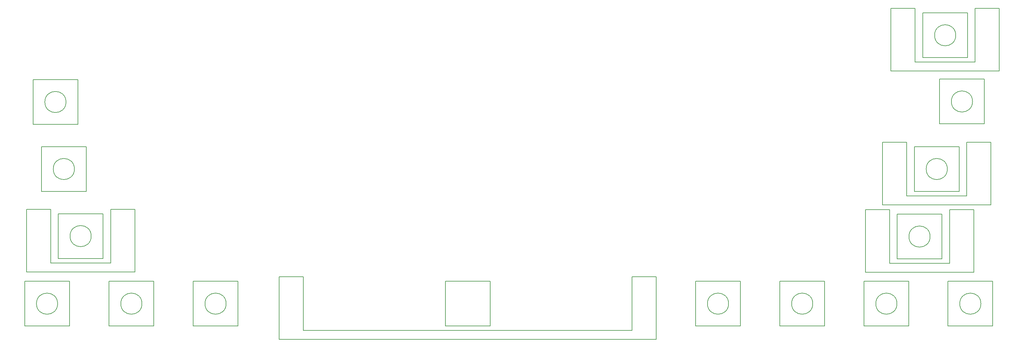
<source format=gbr>
%TF.GenerationSoftware,KiCad,Pcbnew,(5.1.10)-1*%
%TF.CreationDate,2021-09-10T11:23:46-07:00*%
%TF.ProjectId,chgray-keyboard,63686772-6179-42d6-9b65-79626f617264,Yeet2*%
%TF.SameCoordinates,Original*%
%TF.FileFunction,Other,Comment*%
%FSLAX46Y46*%
G04 Gerber Fmt 4.6, Leading zero omitted, Abs format (unit mm)*
G04 Created by KiCad (PCBNEW (5.1.10)-1) date 2021-09-10 11:23:46*
%MOMM*%
%LPD*%
G01*
G04 APERTURE LIST*
%ADD10C,0.152400*%
%ADD11C,0.150000*%
G04 APERTURE END LIST*
D10*
%TO.C,SW58*%
X226822000Y-120396000D02*
X226822000Y-107696000D01*
X226822000Y-107696000D02*
X239522000Y-107696000D01*
X239522000Y-107696000D02*
X239522000Y-120396000D01*
X239522000Y-120396000D02*
X226822000Y-120396000D01*
D11*
X236172000Y-114046000D02*
G75*
G03*
X236172000Y-114046000I-3000000J0D01*
G01*
D10*
%TO.C,SW57*%
X215646000Y-124206000D02*
X215646000Y-106426000D01*
X108712000Y-124206000D02*
X215646000Y-124206000D01*
X108712000Y-106426000D02*
X108712000Y-124206000D01*
X115570000Y-106426000D02*
X108712000Y-106426000D01*
X115570000Y-121666000D02*
X115570000Y-106426000D01*
X208788000Y-121666000D02*
X115570000Y-121666000D01*
X208788000Y-106426000D02*
X208788000Y-121666000D01*
X215646000Y-106426000D02*
X208788000Y-106426000D01*
X155829000Y-120396000D02*
X155829000Y-107696000D01*
X168529000Y-120396000D02*
X155829000Y-120396000D01*
X168529000Y-107696000D02*
X168529000Y-120396000D01*
X155829000Y-107696000D02*
X168529000Y-107696000D01*
%TO.C,RIGHT-SPACE1*%
X250698000Y-120396000D02*
X250698000Y-107696000D01*
X250698000Y-107696000D02*
X263398000Y-107696000D01*
X263398000Y-107696000D02*
X263398000Y-120396000D01*
X263398000Y-120396000D02*
X250698000Y-120396000D01*
D11*
X260048000Y-114046000D02*
G75*
G03*
X260048000Y-114046000I-3000000J0D01*
G01*
D10*
%TO.C,RightMeta1*%
X298380000Y-120396000D02*
X298380000Y-107696000D01*
X298380000Y-107696000D02*
X311080000Y-107696000D01*
X311080000Y-107696000D02*
X311080000Y-120396000D01*
X311080000Y-120396000D02*
X298380000Y-120396000D01*
D11*
X307730000Y-114046000D02*
G75*
G03*
X307730000Y-114046000I-3000000J0D01*
G01*
D10*
%TO.C,RIGHT-SHIFT1*%
X283972000Y-101346000D02*
X283972000Y-88646000D01*
X283972000Y-88646000D02*
X296672000Y-88646000D01*
X296672000Y-88646000D02*
X296672000Y-101346000D01*
X296672000Y-101346000D02*
X283972000Y-101346000D01*
X281813000Y-102616000D02*
X281813000Y-87376000D01*
X298831000Y-87376000D02*
X298831000Y-102616000D01*
X274955000Y-105156000D02*
X305689000Y-105156000D01*
X305689000Y-105156000D02*
X305689000Y-87376000D01*
X305689000Y-87376000D02*
X298831000Y-87376000D01*
X298831000Y-102616000D02*
X281813000Y-102616000D01*
X274955000Y-87376000D02*
X274955000Y-105156000D01*
X281813000Y-87376000D02*
X274955000Y-87376000D01*
D11*
X293322000Y-94996000D02*
G75*
G03*
X293322000Y-94996000I-3000000J0D01*
G01*
D10*
%TO.C,ENTER1*%
X288860000Y-82169000D02*
X288860000Y-69469000D01*
X288860000Y-69469000D02*
X301560000Y-69469000D01*
X301560000Y-69469000D02*
X301560000Y-82169000D01*
X301560000Y-82169000D02*
X288860000Y-82169000D01*
X286701000Y-83439000D02*
X286701000Y-68199000D01*
X303719000Y-68199000D02*
X303719000Y-83439000D01*
X279843000Y-85979000D02*
X310577000Y-85979000D01*
X310577000Y-85979000D02*
X310577000Y-68199000D01*
X310577000Y-68199000D02*
X303719000Y-68199000D01*
X303719000Y-83439000D02*
X286701000Y-83439000D01*
X279843000Y-68199000D02*
X279843000Y-85979000D01*
X286701000Y-68199000D02*
X279843000Y-68199000D01*
D11*
X298210000Y-75819000D02*
G75*
G03*
X298210000Y-75819000I-3000000J0D01*
G01*
D10*
%TO.C,WinKey1*%
X84328000Y-120396000D02*
X84328000Y-107696000D01*
X84328000Y-107696000D02*
X97028000Y-107696000D01*
X97028000Y-107696000D02*
X97028000Y-120396000D01*
X97028000Y-120396000D02*
X84328000Y-120396000D01*
D11*
X93678000Y-114046000D02*
G75*
G03*
X93678000Y-114046000I-3000000J0D01*
G01*
D10*
%TO.C,LEFT_FN1*%
X60452000Y-120396000D02*
X60452000Y-107696000D01*
X60452000Y-107696000D02*
X73152000Y-107696000D01*
X73152000Y-107696000D02*
X73152000Y-120396000D01*
X73152000Y-120396000D02*
X60452000Y-120396000D01*
D11*
X69802000Y-114046000D02*
G75*
G03*
X69802000Y-114046000I-3000000J0D01*
G01*
D10*
%TO.C,LEFT_CTRL1*%
X36534700Y-120396000D02*
X36534700Y-107696000D01*
X36534700Y-107696000D02*
X49234700Y-107696000D01*
X49234700Y-107696000D02*
X49234700Y-120396000D01*
X49234700Y-120396000D02*
X36534700Y-120396000D01*
D11*
X45884700Y-114046000D02*
G75*
G03*
X45884700Y-114046000I-3000000J0D01*
G01*
D10*
%TO.C,Slash1*%
X296005000Y-62992000D02*
X296005000Y-50292000D01*
X296005000Y-50292000D02*
X308705000Y-50292000D01*
X308705000Y-50292000D02*
X308705000Y-62992000D01*
X308705000Y-62992000D02*
X296005000Y-62992000D01*
D11*
X305355000Y-56642000D02*
G75*
G03*
X305355000Y-56642000I-3000000J0D01*
G01*
D10*
%TO.C,LEFT-SHIFT1*%
X46059700Y-101219000D02*
X46059700Y-88519000D01*
X46059700Y-88519000D02*
X58759700Y-88519000D01*
X58759700Y-88519000D02*
X58759700Y-101219000D01*
X58759700Y-101219000D02*
X46059700Y-101219000D01*
X43900700Y-102489000D02*
X43900700Y-87249000D01*
X60918700Y-87249000D02*
X60918700Y-102489000D01*
X37042700Y-105029000D02*
X67776700Y-105029000D01*
X67776700Y-105029000D02*
X67776700Y-87249000D01*
X67776700Y-87249000D02*
X60918700Y-87249000D01*
X60918700Y-102489000D02*
X43900700Y-102489000D01*
X37042700Y-87249000D02*
X37042700Y-105029000D01*
X43900700Y-87249000D02*
X37042700Y-87249000D01*
D11*
X55409700Y-94869000D02*
G75*
G03*
X55409700Y-94869000I-3000000J0D01*
G01*
%TO.C,Backspace1*%
X300593000Y-37846000D02*
G75*
G03*
X300593000Y-37846000I-3000000J0D01*
G01*
D10*
X289084000Y-30226000D02*
X282226000Y-30226000D01*
X282226000Y-30226000D02*
X282226000Y-48006000D01*
X306102000Y-45466000D02*
X289084000Y-45466000D01*
X312960000Y-30226000D02*
X306102000Y-30226000D01*
X312960000Y-48006000D02*
X312960000Y-30226000D01*
X282226000Y-48006000D02*
X312960000Y-48006000D01*
X306102000Y-30226000D02*
X306102000Y-45466000D01*
X289084000Y-45466000D02*
X289084000Y-30226000D01*
X303943000Y-44196000D02*
X291243000Y-44196000D01*
X303943000Y-31496000D02*
X303943000Y-44196000D01*
X291243000Y-31496000D02*
X303943000Y-31496000D01*
X291243000Y-44196000D02*
X291243000Y-31496000D01*
%TO.C,TAB1*%
X38914700Y-63135200D02*
X38914700Y-50435200D01*
X38914700Y-50435200D02*
X51614700Y-50435200D01*
X51614700Y-50435200D02*
X51614700Y-63135200D01*
X51614700Y-63135200D02*
X38914700Y-63135200D01*
D11*
X48264700Y-56785200D02*
G75*
G03*
X48264700Y-56785200I-3000000J0D01*
G01*
D10*
%TO.C,CAPS1*%
X41297200Y-82169000D02*
X41297200Y-69469000D01*
X41297200Y-69469000D02*
X53997200Y-69469000D01*
X53997200Y-69469000D02*
X53997200Y-82169000D01*
X53997200Y-82169000D02*
X41297200Y-82169000D01*
D11*
X50647200Y-75819000D02*
G75*
G03*
X50647200Y-75819000I-3000000J0D01*
G01*
D10*
%TO.C,SW48*%
X274574000Y-120396000D02*
X274574000Y-107696000D01*
X274574000Y-107696000D02*
X287274000Y-107696000D01*
X287274000Y-107696000D02*
X287274000Y-120396000D01*
X287274000Y-120396000D02*
X274574000Y-120396000D01*
D11*
X283924000Y-114046000D02*
G75*
G03*
X283924000Y-114046000I-3000000J0D01*
G01*
%TD*%
M02*

</source>
